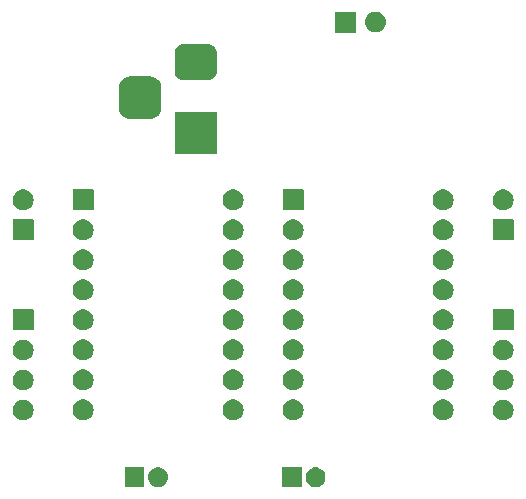
<source format=gts>
%TF.GenerationSoftware,KiCad,Pcbnew,8.0.0-8.0.0-1~ubuntu22.04.1*%
%TF.CreationDate,2024-03-03T18:13:48+01:00*%
%TF.ProjectId,photohead-elec,70686f74-6f68-4656-9164-2d656c65632e,v01*%
%TF.SameCoordinates,Original*%
%TF.FileFunction,Soldermask,Top*%
%TF.FilePolarity,Negative*%
%FSLAX46Y46*%
G04 Gerber Fmt 4.6, Leading zero omitted, Abs format (unit mm)*
G04 Created by KiCad (PCBNEW 8.0.0-8.0.0-1~ubuntu22.04.1) date 2024-03-03 18:13:48*
%MOMM*%
%LPD*%
G01*
G04 APERTURE LIST*
G04 APERTURE END LIST*
G36*
X171326542Y-85557893D02*
G01*
X171338870Y-85566130D01*
X171347107Y-85578458D01*
X171350000Y-85593000D01*
X171350000Y-87193000D01*
X171347107Y-87207542D01*
X171338870Y-87219870D01*
X171326542Y-87228107D01*
X171312000Y-87231000D01*
X169712000Y-87231000D01*
X169697458Y-87228107D01*
X169685130Y-87219870D01*
X169676893Y-87207542D01*
X169674000Y-87193000D01*
X169674000Y-85593000D01*
X169676893Y-85578458D01*
X169685130Y-85566130D01*
X169697458Y-85557893D01*
X169712000Y-85555000D01*
X171312000Y-85555000D01*
X171326542Y-85557893D01*
G37*
G36*
X184661542Y-85557893D02*
G01*
X184673870Y-85566130D01*
X184682107Y-85578458D01*
X184685000Y-85593000D01*
X184685000Y-87193000D01*
X184682107Y-87207542D01*
X184673870Y-87219870D01*
X184661542Y-87228107D01*
X184647000Y-87231000D01*
X183047000Y-87231000D01*
X183032458Y-87228107D01*
X183020130Y-87219870D01*
X183011893Y-87207542D01*
X183009000Y-87193000D01*
X183009000Y-85593000D01*
X183011893Y-85578458D01*
X183020130Y-85566130D01*
X183032458Y-85557893D01*
X183047000Y-85555000D01*
X184647000Y-85555000D01*
X184661542Y-85557893D01*
G37*
G36*
X172770956Y-85596015D02*
G01*
X172931000Y-85667271D01*
X173072731Y-85770245D01*
X173189956Y-85900436D01*
X173277551Y-86052155D01*
X173331688Y-86218770D01*
X173350000Y-86393000D01*
X173331688Y-86567230D01*
X173277551Y-86733845D01*
X173189956Y-86885564D01*
X173072731Y-87015755D01*
X172931000Y-87118729D01*
X172770956Y-87189985D01*
X172599595Y-87226409D01*
X172424405Y-87226409D01*
X172253044Y-87189985D01*
X172093000Y-87118729D01*
X171951269Y-87015755D01*
X171834044Y-86885564D01*
X171746449Y-86733845D01*
X171692312Y-86567230D01*
X171674000Y-86393000D01*
X171692312Y-86218770D01*
X171746449Y-86052155D01*
X171834044Y-85900436D01*
X171951269Y-85770245D01*
X172093000Y-85667271D01*
X172253044Y-85596015D01*
X172424405Y-85559591D01*
X172599595Y-85559591D01*
X172770956Y-85596015D01*
G37*
G36*
X186105956Y-85596015D02*
G01*
X186266000Y-85667271D01*
X186407731Y-85770245D01*
X186524956Y-85900436D01*
X186612551Y-86052155D01*
X186666688Y-86218770D01*
X186685000Y-86393000D01*
X186666688Y-86567230D01*
X186612551Y-86733845D01*
X186524956Y-86885564D01*
X186407731Y-87015755D01*
X186266000Y-87118729D01*
X186105956Y-87189985D01*
X185934595Y-87226409D01*
X185759405Y-87226409D01*
X185588044Y-87189985D01*
X185428000Y-87118729D01*
X185286269Y-87015755D01*
X185169044Y-86885564D01*
X185081449Y-86733845D01*
X185027312Y-86567230D01*
X185009000Y-86393000D01*
X185027312Y-86218770D01*
X185081449Y-86052155D01*
X185169044Y-85900436D01*
X185286269Y-85770245D01*
X185428000Y-85667271D01*
X185588044Y-85596015D01*
X185759405Y-85559591D01*
X185934595Y-85559591D01*
X186105956Y-85596015D01*
G37*
G36*
X161356407Y-79853462D02*
G01*
X161526000Y-79928969D01*
X161676188Y-80038087D01*
X161800407Y-80176047D01*
X161893228Y-80336818D01*
X161950595Y-80513374D01*
X161970000Y-80698000D01*
X161950595Y-80882626D01*
X161893228Y-81059182D01*
X161800407Y-81219953D01*
X161676188Y-81357913D01*
X161526000Y-81467031D01*
X161356407Y-81542538D01*
X161174821Y-81581135D01*
X160989179Y-81581135D01*
X160807593Y-81542538D01*
X160638000Y-81467031D01*
X160487812Y-81357913D01*
X160363593Y-81219953D01*
X160270772Y-81059182D01*
X160213405Y-80882626D01*
X160194000Y-80698000D01*
X160213405Y-80513374D01*
X160270772Y-80336818D01*
X160363593Y-80176047D01*
X160487812Y-80038087D01*
X160638000Y-79928969D01*
X160807593Y-79853462D01*
X160989179Y-79814865D01*
X161174821Y-79814865D01*
X161356407Y-79853462D01*
G37*
G36*
X201996407Y-79853462D02*
G01*
X202166000Y-79928969D01*
X202316188Y-80038087D01*
X202440407Y-80176047D01*
X202533228Y-80336818D01*
X202590595Y-80513374D01*
X202610000Y-80698000D01*
X202590595Y-80882626D01*
X202533228Y-81059182D01*
X202440407Y-81219953D01*
X202316188Y-81357913D01*
X202166000Y-81467031D01*
X201996407Y-81542538D01*
X201814821Y-81581135D01*
X201629179Y-81581135D01*
X201447593Y-81542538D01*
X201278000Y-81467031D01*
X201127812Y-81357913D01*
X201003593Y-81219953D01*
X200910772Y-81059182D01*
X200853405Y-80882626D01*
X200834000Y-80698000D01*
X200853405Y-80513374D01*
X200910772Y-80336818D01*
X201003593Y-80176047D01*
X201127812Y-80038087D01*
X201278000Y-79928969D01*
X201447593Y-79853462D01*
X201629179Y-79814865D01*
X201814821Y-79814865D01*
X201996407Y-79853462D01*
G37*
G36*
X166436407Y-79833462D02*
G01*
X166606000Y-79908969D01*
X166756188Y-80018087D01*
X166880407Y-80156047D01*
X166973228Y-80316818D01*
X167030595Y-80493374D01*
X167050000Y-80678000D01*
X167030595Y-80862626D01*
X166973228Y-81039182D01*
X166880407Y-81199953D01*
X166756188Y-81337913D01*
X166606000Y-81447031D01*
X166436407Y-81522538D01*
X166254821Y-81561135D01*
X166069179Y-81561135D01*
X165887593Y-81522538D01*
X165718000Y-81447031D01*
X165567812Y-81337913D01*
X165443593Y-81199953D01*
X165350772Y-81039182D01*
X165293405Y-80862626D01*
X165274000Y-80678000D01*
X165293405Y-80493374D01*
X165350772Y-80316818D01*
X165443593Y-80156047D01*
X165567812Y-80018087D01*
X165718000Y-79908969D01*
X165887593Y-79833462D01*
X166069179Y-79794865D01*
X166254821Y-79794865D01*
X166436407Y-79833462D01*
G37*
G36*
X179136407Y-79833462D02*
G01*
X179306000Y-79908969D01*
X179456188Y-80018087D01*
X179580407Y-80156047D01*
X179673228Y-80316818D01*
X179730595Y-80493374D01*
X179750000Y-80678000D01*
X179730595Y-80862626D01*
X179673228Y-81039182D01*
X179580407Y-81199953D01*
X179456188Y-81337913D01*
X179306000Y-81447031D01*
X179136407Y-81522538D01*
X178954821Y-81561135D01*
X178769179Y-81561135D01*
X178587593Y-81522538D01*
X178418000Y-81447031D01*
X178267812Y-81337913D01*
X178143593Y-81199953D01*
X178050772Y-81039182D01*
X177993405Y-80862626D01*
X177974000Y-80678000D01*
X177993405Y-80493374D01*
X178050772Y-80316818D01*
X178143593Y-80156047D01*
X178267812Y-80018087D01*
X178418000Y-79908969D01*
X178587593Y-79833462D01*
X178769179Y-79794865D01*
X178954821Y-79794865D01*
X179136407Y-79833462D01*
G37*
G36*
X184216407Y-79833462D02*
G01*
X184386000Y-79908969D01*
X184536188Y-80018087D01*
X184660407Y-80156047D01*
X184753228Y-80316818D01*
X184810595Y-80493374D01*
X184830000Y-80678000D01*
X184810595Y-80862626D01*
X184753228Y-81039182D01*
X184660407Y-81199953D01*
X184536188Y-81337913D01*
X184386000Y-81447031D01*
X184216407Y-81522538D01*
X184034821Y-81561135D01*
X183849179Y-81561135D01*
X183667593Y-81522538D01*
X183498000Y-81447031D01*
X183347812Y-81337913D01*
X183223593Y-81199953D01*
X183130772Y-81039182D01*
X183073405Y-80862626D01*
X183054000Y-80678000D01*
X183073405Y-80493374D01*
X183130772Y-80316818D01*
X183223593Y-80156047D01*
X183347812Y-80018087D01*
X183498000Y-79908969D01*
X183667593Y-79833462D01*
X183849179Y-79794865D01*
X184034821Y-79794865D01*
X184216407Y-79833462D01*
G37*
G36*
X196916407Y-79833462D02*
G01*
X197086000Y-79908969D01*
X197236188Y-80018087D01*
X197360407Y-80156047D01*
X197453228Y-80316818D01*
X197510595Y-80493374D01*
X197530000Y-80678000D01*
X197510595Y-80862626D01*
X197453228Y-81039182D01*
X197360407Y-81199953D01*
X197236188Y-81337913D01*
X197086000Y-81447031D01*
X196916407Y-81522538D01*
X196734821Y-81561135D01*
X196549179Y-81561135D01*
X196367593Y-81522538D01*
X196198000Y-81447031D01*
X196047812Y-81337913D01*
X195923593Y-81199953D01*
X195830772Y-81039182D01*
X195773405Y-80862626D01*
X195754000Y-80678000D01*
X195773405Y-80493374D01*
X195830772Y-80316818D01*
X195923593Y-80156047D01*
X196047812Y-80018087D01*
X196198000Y-79908969D01*
X196367593Y-79833462D01*
X196549179Y-79794865D01*
X196734821Y-79794865D01*
X196916407Y-79833462D01*
G37*
G36*
X161356407Y-77313462D02*
G01*
X161526000Y-77388969D01*
X161676188Y-77498087D01*
X161800407Y-77636047D01*
X161893228Y-77796818D01*
X161950595Y-77973374D01*
X161970000Y-78158000D01*
X161950595Y-78342626D01*
X161893228Y-78519182D01*
X161800407Y-78679953D01*
X161676188Y-78817913D01*
X161526000Y-78927031D01*
X161356407Y-79002538D01*
X161174821Y-79041135D01*
X160989179Y-79041135D01*
X160807593Y-79002538D01*
X160638000Y-78927031D01*
X160487812Y-78817913D01*
X160363593Y-78679953D01*
X160270772Y-78519182D01*
X160213405Y-78342626D01*
X160194000Y-78158000D01*
X160213405Y-77973374D01*
X160270772Y-77796818D01*
X160363593Y-77636047D01*
X160487812Y-77498087D01*
X160638000Y-77388969D01*
X160807593Y-77313462D01*
X160989179Y-77274865D01*
X161174821Y-77274865D01*
X161356407Y-77313462D01*
G37*
G36*
X201996407Y-77313462D02*
G01*
X202166000Y-77388969D01*
X202316188Y-77498087D01*
X202440407Y-77636047D01*
X202533228Y-77796818D01*
X202590595Y-77973374D01*
X202610000Y-78158000D01*
X202590595Y-78342626D01*
X202533228Y-78519182D01*
X202440407Y-78679953D01*
X202316188Y-78817913D01*
X202166000Y-78927031D01*
X201996407Y-79002538D01*
X201814821Y-79041135D01*
X201629179Y-79041135D01*
X201447593Y-79002538D01*
X201278000Y-78927031D01*
X201127812Y-78817913D01*
X201003593Y-78679953D01*
X200910772Y-78519182D01*
X200853405Y-78342626D01*
X200834000Y-78158000D01*
X200853405Y-77973374D01*
X200910772Y-77796818D01*
X201003593Y-77636047D01*
X201127812Y-77498087D01*
X201278000Y-77388969D01*
X201447593Y-77313462D01*
X201629179Y-77274865D01*
X201814821Y-77274865D01*
X201996407Y-77313462D01*
G37*
G36*
X166436407Y-77293462D02*
G01*
X166606000Y-77368969D01*
X166756188Y-77478087D01*
X166880407Y-77616047D01*
X166973228Y-77776818D01*
X167030595Y-77953374D01*
X167050000Y-78138000D01*
X167030595Y-78322626D01*
X166973228Y-78499182D01*
X166880407Y-78659953D01*
X166756188Y-78797913D01*
X166606000Y-78907031D01*
X166436407Y-78982538D01*
X166254821Y-79021135D01*
X166069179Y-79021135D01*
X165887593Y-78982538D01*
X165718000Y-78907031D01*
X165567812Y-78797913D01*
X165443593Y-78659953D01*
X165350772Y-78499182D01*
X165293405Y-78322626D01*
X165274000Y-78138000D01*
X165293405Y-77953374D01*
X165350772Y-77776818D01*
X165443593Y-77616047D01*
X165567812Y-77478087D01*
X165718000Y-77368969D01*
X165887593Y-77293462D01*
X166069179Y-77254865D01*
X166254821Y-77254865D01*
X166436407Y-77293462D01*
G37*
G36*
X179136407Y-77293462D02*
G01*
X179306000Y-77368969D01*
X179456188Y-77478087D01*
X179580407Y-77616047D01*
X179673228Y-77776818D01*
X179730595Y-77953374D01*
X179750000Y-78138000D01*
X179730595Y-78322626D01*
X179673228Y-78499182D01*
X179580407Y-78659953D01*
X179456188Y-78797913D01*
X179306000Y-78907031D01*
X179136407Y-78982538D01*
X178954821Y-79021135D01*
X178769179Y-79021135D01*
X178587593Y-78982538D01*
X178418000Y-78907031D01*
X178267812Y-78797913D01*
X178143593Y-78659953D01*
X178050772Y-78499182D01*
X177993405Y-78322626D01*
X177974000Y-78138000D01*
X177993405Y-77953374D01*
X178050772Y-77776818D01*
X178143593Y-77616047D01*
X178267812Y-77478087D01*
X178418000Y-77368969D01*
X178587593Y-77293462D01*
X178769179Y-77254865D01*
X178954821Y-77254865D01*
X179136407Y-77293462D01*
G37*
G36*
X184216407Y-77293462D02*
G01*
X184386000Y-77368969D01*
X184536188Y-77478087D01*
X184660407Y-77616047D01*
X184753228Y-77776818D01*
X184810595Y-77953374D01*
X184830000Y-78138000D01*
X184810595Y-78322626D01*
X184753228Y-78499182D01*
X184660407Y-78659953D01*
X184536188Y-78797913D01*
X184386000Y-78907031D01*
X184216407Y-78982538D01*
X184034821Y-79021135D01*
X183849179Y-79021135D01*
X183667593Y-78982538D01*
X183498000Y-78907031D01*
X183347812Y-78797913D01*
X183223593Y-78659953D01*
X183130772Y-78499182D01*
X183073405Y-78322626D01*
X183054000Y-78138000D01*
X183073405Y-77953374D01*
X183130772Y-77776818D01*
X183223593Y-77616047D01*
X183347812Y-77478087D01*
X183498000Y-77368969D01*
X183667593Y-77293462D01*
X183849179Y-77254865D01*
X184034821Y-77254865D01*
X184216407Y-77293462D01*
G37*
G36*
X196916407Y-77293462D02*
G01*
X197086000Y-77368969D01*
X197236188Y-77478087D01*
X197360407Y-77616047D01*
X197453228Y-77776818D01*
X197510595Y-77953374D01*
X197530000Y-78138000D01*
X197510595Y-78322626D01*
X197453228Y-78499182D01*
X197360407Y-78659953D01*
X197236188Y-78797913D01*
X197086000Y-78907031D01*
X196916407Y-78982538D01*
X196734821Y-79021135D01*
X196549179Y-79021135D01*
X196367593Y-78982538D01*
X196198000Y-78907031D01*
X196047812Y-78797913D01*
X195923593Y-78659953D01*
X195830772Y-78499182D01*
X195773405Y-78322626D01*
X195754000Y-78138000D01*
X195773405Y-77953374D01*
X195830772Y-77776818D01*
X195923593Y-77616047D01*
X196047812Y-77478087D01*
X196198000Y-77368969D01*
X196367593Y-77293462D01*
X196549179Y-77254865D01*
X196734821Y-77254865D01*
X196916407Y-77293462D01*
G37*
G36*
X161356407Y-74773462D02*
G01*
X161526000Y-74848969D01*
X161676188Y-74958087D01*
X161800407Y-75096047D01*
X161893228Y-75256818D01*
X161950595Y-75433374D01*
X161970000Y-75618000D01*
X161950595Y-75802626D01*
X161893228Y-75979182D01*
X161800407Y-76139953D01*
X161676188Y-76277913D01*
X161526000Y-76387031D01*
X161356407Y-76462538D01*
X161174821Y-76501135D01*
X160989179Y-76501135D01*
X160807593Y-76462538D01*
X160638000Y-76387031D01*
X160487812Y-76277913D01*
X160363593Y-76139953D01*
X160270772Y-75979182D01*
X160213405Y-75802626D01*
X160194000Y-75618000D01*
X160213405Y-75433374D01*
X160270772Y-75256818D01*
X160363593Y-75096047D01*
X160487812Y-74958087D01*
X160638000Y-74848969D01*
X160807593Y-74773462D01*
X160989179Y-74734865D01*
X161174821Y-74734865D01*
X161356407Y-74773462D01*
G37*
G36*
X201996407Y-74773462D02*
G01*
X202166000Y-74848969D01*
X202316188Y-74958087D01*
X202440407Y-75096047D01*
X202533228Y-75256818D01*
X202590595Y-75433374D01*
X202610000Y-75618000D01*
X202590595Y-75802626D01*
X202533228Y-75979182D01*
X202440407Y-76139953D01*
X202316188Y-76277913D01*
X202166000Y-76387031D01*
X201996407Y-76462538D01*
X201814821Y-76501135D01*
X201629179Y-76501135D01*
X201447593Y-76462538D01*
X201278000Y-76387031D01*
X201127812Y-76277913D01*
X201003593Y-76139953D01*
X200910772Y-75979182D01*
X200853405Y-75802626D01*
X200834000Y-75618000D01*
X200853405Y-75433374D01*
X200910772Y-75256818D01*
X201003593Y-75096047D01*
X201127812Y-74958087D01*
X201278000Y-74848969D01*
X201447593Y-74773462D01*
X201629179Y-74734865D01*
X201814821Y-74734865D01*
X201996407Y-74773462D01*
G37*
G36*
X166436407Y-74753462D02*
G01*
X166606000Y-74828969D01*
X166756188Y-74938087D01*
X166880407Y-75076047D01*
X166973228Y-75236818D01*
X167030595Y-75413374D01*
X167050000Y-75598000D01*
X167030595Y-75782626D01*
X166973228Y-75959182D01*
X166880407Y-76119953D01*
X166756188Y-76257913D01*
X166606000Y-76367031D01*
X166436407Y-76442538D01*
X166254821Y-76481135D01*
X166069179Y-76481135D01*
X165887593Y-76442538D01*
X165718000Y-76367031D01*
X165567812Y-76257913D01*
X165443593Y-76119953D01*
X165350772Y-75959182D01*
X165293405Y-75782626D01*
X165274000Y-75598000D01*
X165293405Y-75413374D01*
X165350772Y-75236818D01*
X165443593Y-75076047D01*
X165567812Y-74938087D01*
X165718000Y-74828969D01*
X165887593Y-74753462D01*
X166069179Y-74714865D01*
X166254821Y-74714865D01*
X166436407Y-74753462D01*
G37*
G36*
X179136407Y-74753462D02*
G01*
X179306000Y-74828969D01*
X179456188Y-74938087D01*
X179580407Y-75076047D01*
X179673228Y-75236818D01*
X179730595Y-75413374D01*
X179750000Y-75598000D01*
X179730595Y-75782626D01*
X179673228Y-75959182D01*
X179580407Y-76119953D01*
X179456188Y-76257913D01*
X179306000Y-76367031D01*
X179136407Y-76442538D01*
X178954821Y-76481135D01*
X178769179Y-76481135D01*
X178587593Y-76442538D01*
X178418000Y-76367031D01*
X178267812Y-76257913D01*
X178143593Y-76119953D01*
X178050772Y-75959182D01*
X177993405Y-75782626D01*
X177974000Y-75598000D01*
X177993405Y-75413374D01*
X178050772Y-75236818D01*
X178143593Y-75076047D01*
X178267812Y-74938087D01*
X178418000Y-74828969D01*
X178587593Y-74753462D01*
X178769179Y-74714865D01*
X178954821Y-74714865D01*
X179136407Y-74753462D01*
G37*
G36*
X184216407Y-74753462D02*
G01*
X184386000Y-74828969D01*
X184536188Y-74938087D01*
X184660407Y-75076047D01*
X184753228Y-75236818D01*
X184810595Y-75413374D01*
X184830000Y-75598000D01*
X184810595Y-75782626D01*
X184753228Y-75959182D01*
X184660407Y-76119953D01*
X184536188Y-76257913D01*
X184386000Y-76367031D01*
X184216407Y-76442538D01*
X184034821Y-76481135D01*
X183849179Y-76481135D01*
X183667593Y-76442538D01*
X183498000Y-76367031D01*
X183347812Y-76257913D01*
X183223593Y-76119953D01*
X183130772Y-75959182D01*
X183073405Y-75782626D01*
X183054000Y-75598000D01*
X183073405Y-75413374D01*
X183130772Y-75236818D01*
X183223593Y-75076047D01*
X183347812Y-74938087D01*
X183498000Y-74828969D01*
X183667593Y-74753462D01*
X183849179Y-74714865D01*
X184034821Y-74714865D01*
X184216407Y-74753462D01*
G37*
G36*
X196916407Y-74753462D02*
G01*
X197086000Y-74828969D01*
X197236188Y-74938087D01*
X197360407Y-75076047D01*
X197453228Y-75236818D01*
X197510595Y-75413374D01*
X197530000Y-75598000D01*
X197510595Y-75782626D01*
X197453228Y-75959182D01*
X197360407Y-76119953D01*
X197236188Y-76257913D01*
X197086000Y-76367031D01*
X196916407Y-76442538D01*
X196734821Y-76481135D01*
X196549179Y-76481135D01*
X196367593Y-76442538D01*
X196198000Y-76367031D01*
X196047812Y-76257913D01*
X195923593Y-76119953D01*
X195830772Y-75959182D01*
X195773405Y-75782626D01*
X195754000Y-75598000D01*
X195773405Y-75413374D01*
X195830772Y-75236818D01*
X195923593Y-75076047D01*
X196047812Y-74938087D01*
X196198000Y-74828969D01*
X196367593Y-74753462D01*
X196549179Y-74714865D01*
X196734821Y-74714865D01*
X196916407Y-74753462D01*
G37*
G36*
X161946542Y-72192893D02*
G01*
X161958870Y-72201130D01*
X161967107Y-72213458D01*
X161970000Y-72228000D01*
X161970000Y-73928000D01*
X161967107Y-73942542D01*
X161958870Y-73954870D01*
X161946542Y-73963107D01*
X161932000Y-73966000D01*
X160232000Y-73966000D01*
X160217458Y-73963107D01*
X160205130Y-73954870D01*
X160196893Y-73942542D01*
X160194000Y-73928000D01*
X160194000Y-72228000D01*
X160196893Y-72213458D01*
X160205130Y-72201130D01*
X160217458Y-72192893D01*
X160232000Y-72190000D01*
X161932000Y-72190000D01*
X161946542Y-72192893D01*
G37*
G36*
X202586542Y-72192893D02*
G01*
X202598870Y-72201130D01*
X202607107Y-72213458D01*
X202610000Y-72228000D01*
X202610000Y-73928000D01*
X202607107Y-73942542D01*
X202598870Y-73954870D01*
X202586542Y-73963107D01*
X202572000Y-73966000D01*
X200872000Y-73966000D01*
X200857458Y-73963107D01*
X200845130Y-73954870D01*
X200836893Y-73942542D01*
X200834000Y-73928000D01*
X200834000Y-72228000D01*
X200836893Y-72213458D01*
X200845130Y-72201130D01*
X200857458Y-72192893D01*
X200872000Y-72190000D01*
X202572000Y-72190000D01*
X202586542Y-72192893D01*
G37*
G36*
X166436407Y-72213462D02*
G01*
X166606000Y-72288969D01*
X166756188Y-72398087D01*
X166880407Y-72536047D01*
X166973228Y-72696818D01*
X167030595Y-72873374D01*
X167050000Y-73058000D01*
X167030595Y-73242626D01*
X166973228Y-73419182D01*
X166880407Y-73579953D01*
X166756188Y-73717913D01*
X166606000Y-73827031D01*
X166436407Y-73902538D01*
X166254821Y-73941135D01*
X166069179Y-73941135D01*
X165887593Y-73902538D01*
X165718000Y-73827031D01*
X165567812Y-73717913D01*
X165443593Y-73579953D01*
X165350772Y-73419182D01*
X165293405Y-73242626D01*
X165274000Y-73058000D01*
X165293405Y-72873374D01*
X165350772Y-72696818D01*
X165443593Y-72536047D01*
X165567812Y-72398087D01*
X165718000Y-72288969D01*
X165887593Y-72213462D01*
X166069179Y-72174865D01*
X166254821Y-72174865D01*
X166436407Y-72213462D01*
G37*
G36*
X179136407Y-72213462D02*
G01*
X179306000Y-72288969D01*
X179456188Y-72398087D01*
X179580407Y-72536047D01*
X179673228Y-72696818D01*
X179730595Y-72873374D01*
X179750000Y-73058000D01*
X179730595Y-73242626D01*
X179673228Y-73419182D01*
X179580407Y-73579953D01*
X179456188Y-73717913D01*
X179306000Y-73827031D01*
X179136407Y-73902538D01*
X178954821Y-73941135D01*
X178769179Y-73941135D01*
X178587593Y-73902538D01*
X178418000Y-73827031D01*
X178267812Y-73717913D01*
X178143593Y-73579953D01*
X178050772Y-73419182D01*
X177993405Y-73242626D01*
X177974000Y-73058000D01*
X177993405Y-72873374D01*
X178050772Y-72696818D01*
X178143593Y-72536047D01*
X178267812Y-72398087D01*
X178418000Y-72288969D01*
X178587593Y-72213462D01*
X178769179Y-72174865D01*
X178954821Y-72174865D01*
X179136407Y-72213462D01*
G37*
G36*
X184216407Y-72213462D02*
G01*
X184386000Y-72288969D01*
X184536188Y-72398087D01*
X184660407Y-72536047D01*
X184753228Y-72696818D01*
X184810595Y-72873374D01*
X184830000Y-73058000D01*
X184810595Y-73242626D01*
X184753228Y-73419182D01*
X184660407Y-73579953D01*
X184536188Y-73717913D01*
X184386000Y-73827031D01*
X184216407Y-73902538D01*
X184034821Y-73941135D01*
X183849179Y-73941135D01*
X183667593Y-73902538D01*
X183498000Y-73827031D01*
X183347812Y-73717913D01*
X183223593Y-73579953D01*
X183130772Y-73419182D01*
X183073405Y-73242626D01*
X183054000Y-73058000D01*
X183073405Y-72873374D01*
X183130772Y-72696818D01*
X183223593Y-72536047D01*
X183347812Y-72398087D01*
X183498000Y-72288969D01*
X183667593Y-72213462D01*
X183849179Y-72174865D01*
X184034821Y-72174865D01*
X184216407Y-72213462D01*
G37*
G36*
X196916407Y-72213462D02*
G01*
X197086000Y-72288969D01*
X197236188Y-72398087D01*
X197360407Y-72536047D01*
X197453228Y-72696818D01*
X197510595Y-72873374D01*
X197530000Y-73058000D01*
X197510595Y-73242626D01*
X197453228Y-73419182D01*
X197360407Y-73579953D01*
X197236188Y-73717913D01*
X197086000Y-73827031D01*
X196916407Y-73902538D01*
X196734821Y-73941135D01*
X196549179Y-73941135D01*
X196367593Y-73902538D01*
X196198000Y-73827031D01*
X196047812Y-73717913D01*
X195923593Y-73579953D01*
X195830772Y-73419182D01*
X195773405Y-73242626D01*
X195754000Y-73058000D01*
X195773405Y-72873374D01*
X195830772Y-72696818D01*
X195923593Y-72536047D01*
X196047812Y-72398087D01*
X196198000Y-72288969D01*
X196367593Y-72213462D01*
X196549179Y-72174865D01*
X196734821Y-72174865D01*
X196916407Y-72213462D01*
G37*
G36*
X166436407Y-69673462D02*
G01*
X166606000Y-69748969D01*
X166756188Y-69858087D01*
X166880407Y-69996047D01*
X166973228Y-70156818D01*
X167030595Y-70333374D01*
X167050000Y-70518000D01*
X167030595Y-70702626D01*
X166973228Y-70879182D01*
X166880407Y-71039953D01*
X166756188Y-71177913D01*
X166606000Y-71287031D01*
X166436407Y-71362538D01*
X166254821Y-71401135D01*
X166069179Y-71401135D01*
X165887593Y-71362538D01*
X165718000Y-71287031D01*
X165567812Y-71177913D01*
X165443593Y-71039953D01*
X165350772Y-70879182D01*
X165293405Y-70702626D01*
X165274000Y-70518000D01*
X165293405Y-70333374D01*
X165350772Y-70156818D01*
X165443593Y-69996047D01*
X165567812Y-69858087D01*
X165718000Y-69748969D01*
X165887593Y-69673462D01*
X166069179Y-69634865D01*
X166254821Y-69634865D01*
X166436407Y-69673462D01*
G37*
G36*
X179136407Y-69673462D02*
G01*
X179306000Y-69748969D01*
X179456188Y-69858087D01*
X179580407Y-69996047D01*
X179673228Y-70156818D01*
X179730595Y-70333374D01*
X179750000Y-70518000D01*
X179730595Y-70702626D01*
X179673228Y-70879182D01*
X179580407Y-71039953D01*
X179456188Y-71177913D01*
X179306000Y-71287031D01*
X179136407Y-71362538D01*
X178954821Y-71401135D01*
X178769179Y-71401135D01*
X178587593Y-71362538D01*
X178418000Y-71287031D01*
X178267812Y-71177913D01*
X178143593Y-71039953D01*
X178050772Y-70879182D01*
X177993405Y-70702626D01*
X177974000Y-70518000D01*
X177993405Y-70333374D01*
X178050772Y-70156818D01*
X178143593Y-69996047D01*
X178267812Y-69858087D01*
X178418000Y-69748969D01*
X178587593Y-69673462D01*
X178769179Y-69634865D01*
X178954821Y-69634865D01*
X179136407Y-69673462D01*
G37*
G36*
X184216407Y-69673462D02*
G01*
X184386000Y-69748969D01*
X184536188Y-69858087D01*
X184660407Y-69996047D01*
X184753228Y-70156818D01*
X184810595Y-70333374D01*
X184830000Y-70518000D01*
X184810595Y-70702626D01*
X184753228Y-70879182D01*
X184660407Y-71039953D01*
X184536188Y-71177913D01*
X184386000Y-71287031D01*
X184216407Y-71362538D01*
X184034821Y-71401135D01*
X183849179Y-71401135D01*
X183667593Y-71362538D01*
X183498000Y-71287031D01*
X183347812Y-71177913D01*
X183223593Y-71039953D01*
X183130772Y-70879182D01*
X183073405Y-70702626D01*
X183054000Y-70518000D01*
X183073405Y-70333374D01*
X183130772Y-70156818D01*
X183223593Y-69996047D01*
X183347812Y-69858087D01*
X183498000Y-69748969D01*
X183667593Y-69673462D01*
X183849179Y-69634865D01*
X184034821Y-69634865D01*
X184216407Y-69673462D01*
G37*
G36*
X196916407Y-69673462D02*
G01*
X197086000Y-69748969D01*
X197236188Y-69858087D01*
X197360407Y-69996047D01*
X197453228Y-70156818D01*
X197510595Y-70333374D01*
X197530000Y-70518000D01*
X197510595Y-70702626D01*
X197453228Y-70879182D01*
X197360407Y-71039953D01*
X197236188Y-71177913D01*
X197086000Y-71287031D01*
X196916407Y-71362538D01*
X196734821Y-71401135D01*
X196549179Y-71401135D01*
X196367593Y-71362538D01*
X196198000Y-71287031D01*
X196047812Y-71177913D01*
X195923593Y-71039953D01*
X195830772Y-70879182D01*
X195773405Y-70702626D01*
X195754000Y-70518000D01*
X195773405Y-70333374D01*
X195830772Y-70156818D01*
X195923593Y-69996047D01*
X196047812Y-69858087D01*
X196198000Y-69748969D01*
X196367593Y-69673462D01*
X196549179Y-69634865D01*
X196734821Y-69634865D01*
X196916407Y-69673462D01*
G37*
G36*
X166436407Y-67133462D02*
G01*
X166606000Y-67208969D01*
X166756188Y-67318087D01*
X166880407Y-67456047D01*
X166973228Y-67616818D01*
X167030595Y-67793374D01*
X167050000Y-67978000D01*
X167030595Y-68162626D01*
X166973228Y-68339182D01*
X166880407Y-68499953D01*
X166756188Y-68637913D01*
X166606000Y-68747031D01*
X166436407Y-68822538D01*
X166254821Y-68861135D01*
X166069179Y-68861135D01*
X165887593Y-68822538D01*
X165718000Y-68747031D01*
X165567812Y-68637913D01*
X165443593Y-68499953D01*
X165350772Y-68339182D01*
X165293405Y-68162626D01*
X165274000Y-67978000D01*
X165293405Y-67793374D01*
X165350772Y-67616818D01*
X165443593Y-67456047D01*
X165567812Y-67318087D01*
X165718000Y-67208969D01*
X165887593Y-67133462D01*
X166069179Y-67094865D01*
X166254821Y-67094865D01*
X166436407Y-67133462D01*
G37*
G36*
X179136407Y-67133462D02*
G01*
X179306000Y-67208969D01*
X179456188Y-67318087D01*
X179580407Y-67456047D01*
X179673228Y-67616818D01*
X179730595Y-67793374D01*
X179750000Y-67978000D01*
X179730595Y-68162626D01*
X179673228Y-68339182D01*
X179580407Y-68499953D01*
X179456188Y-68637913D01*
X179306000Y-68747031D01*
X179136407Y-68822538D01*
X178954821Y-68861135D01*
X178769179Y-68861135D01*
X178587593Y-68822538D01*
X178418000Y-68747031D01*
X178267812Y-68637913D01*
X178143593Y-68499953D01*
X178050772Y-68339182D01*
X177993405Y-68162626D01*
X177974000Y-67978000D01*
X177993405Y-67793374D01*
X178050772Y-67616818D01*
X178143593Y-67456047D01*
X178267812Y-67318087D01*
X178418000Y-67208969D01*
X178587593Y-67133462D01*
X178769179Y-67094865D01*
X178954821Y-67094865D01*
X179136407Y-67133462D01*
G37*
G36*
X184216407Y-67133462D02*
G01*
X184386000Y-67208969D01*
X184536188Y-67318087D01*
X184660407Y-67456047D01*
X184753228Y-67616818D01*
X184810595Y-67793374D01*
X184830000Y-67978000D01*
X184810595Y-68162626D01*
X184753228Y-68339182D01*
X184660407Y-68499953D01*
X184536188Y-68637913D01*
X184386000Y-68747031D01*
X184216407Y-68822538D01*
X184034821Y-68861135D01*
X183849179Y-68861135D01*
X183667593Y-68822538D01*
X183498000Y-68747031D01*
X183347812Y-68637913D01*
X183223593Y-68499953D01*
X183130772Y-68339182D01*
X183073405Y-68162626D01*
X183054000Y-67978000D01*
X183073405Y-67793374D01*
X183130772Y-67616818D01*
X183223593Y-67456047D01*
X183347812Y-67318087D01*
X183498000Y-67208969D01*
X183667593Y-67133462D01*
X183849179Y-67094865D01*
X184034821Y-67094865D01*
X184216407Y-67133462D01*
G37*
G36*
X196916407Y-67133462D02*
G01*
X197086000Y-67208969D01*
X197236188Y-67318087D01*
X197360407Y-67456047D01*
X197453228Y-67616818D01*
X197510595Y-67793374D01*
X197530000Y-67978000D01*
X197510595Y-68162626D01*
X197453228Y-68339182D01*
X197360407Y-68499953D01*
X197236188Y-68637913D01*
X197086000Y-68747031D01*
X196916407Y-68822538D01*
X196734821Y-68861135D01*
X196549179Y-68861135D01*
X196367593Y-68822538D01*
X196198000Y-68747031D01*
X196047812Y-68637913D01*
X195923593Y-68499953D01*
X195830772Y-68339182D01*
X195773405Y-68162626D01*
X195754000Y-67978000D01*
X195773405Y-67793374D01*
X195830772Y-67616818D01*
X195923593Y-67456047D01*
X196047812Y-67318087D01*
X196198000Y-67208969D01*
X196367593Y-67133462D01*
X196549179Y-67094865D01*
X196734821Y-67094865D01*
X196916407Y-67133462D01*
G37*
G36*
X161946542Y-64562893D02*
G01*
X161958870Y-64571130D01*
X161967107Y-64583458D01*
X161970000Y-64598000D01*
X161970000Y-66298000D01*
X161967107Y-66312542D01*
X161958870Y-66324870D01*
X161946542Y-66333107D01*
X161932000Y-66336000D01*
X160232000Y-66336000D01*
X160217458Y-66333107D01*
X160205130Y-66324870D01*
X160196893Y-66312542D01*
X160194000Y-66298000D01*
X160194000Y-64598000D01*
X160196893Y-64583458D01*
X160205130Y-64571130D01*
X160217458Y-64562893D01*
X160232000Y-64560000D01*
X161932000Y-64560000D01*
X161946542Y-64562893D01*
G37*
G36*
X202586542Y-64562893D02*
G01*
X202598870Y-64571130D01*
X202607107Y-64583458D01*
X202610000Y-64598000D01*
X202610000Y-66298000D01*
X202607107Y-66312542D01*
X202598870Y-66324870D01*
X202586542Y-66333107D01*
X202572000Y-66336000D01*
X200872000Y-66336000D01*
X200857458Y-66333107D01*
X200845130Y-66324870D01*
X200836893Y-66312542D01*
X200834000Y-66298000D01*
X200834000Y-64598000D01*
X200836893Y-64583458D01*
X200845130Y-64571130D01*
X200857458Y-64562893D01*
X200872000Y-64560000D01*
X202572000Y-64560000D01*
X202586542Y-64562893D01*
G37*
G36*
X166436407Y-64593462D02*
G01*
X166606000Y-64668969D01*
X166756188Y-64778087D01*
X166880407Y-64916047D01*
X166973228Y-65076818D01*
X167030595Y-65253374D01*
X167050000Y-65438000D01*
X167030595Y-65622626D01*
X166973228Y-65799182D01*
X166880407Y-65959953D01*
X166756188Y-66097913D01*
X166606000Y-66207031D01*
X166436407Y-66282538D01*
X166254821Y-66321135D01*
X166069179Y-66321135D01*
X165887593Y-66282538D01*
X165718000Y-66207031D01*
X165567812Y-66097913D01*
X165443593Y-65959953D01*
X165350772Y-65799182D01*
X165293405Y-65622626D01*
X165274000Y-65438000D01*
X165293405Y-65253374D01*
X165350772Y-65076818D01*
X165443593Y-64916047D01*
X165567812Y-64778087D01*
X165718000Y-64668969D01*
X165887593Y-64593462D01*
X166069179Y-64554865D01*
X166254821Y-64554865D01*
X166436407Y-64593462D01*
G37*
G36*
X179136407Y-64593462D02*
G01*
X179306000Y-64668969D01*
X179456188Y-64778087D01*
X179580407Y-64916047D01*
X179673228Y-65076818D01*
X179730595Y-65253374D01*
X179750000Y-65438000D01*
X179730595Y-65622626D01*
X179673228Y-65799182D01*
X179580407Y-65959953D01*
X179456188Y-66097913D01*
X179306000Y-66207031D01*
X179136407Y-66282538D01*
X178954821Y-66321135D01*
X178769179Y-66321135D01*
X178587593Y-66282538D01*
X178418000Y-66207031D01*
X178267812Y-66097913D01*
X178143593Y-65959953D01*
X178050772Y-65799182D01*
X177993405Y-65622626D01*
X177974000Y-65438000D01*
X177993405Y-65253374D01*
X178050772Y-65076818D01*
X178143593Y-64916047D01*
X178267812Y-64778087D01*
X178418000Y-64668969D01*
X178587593Y-64593462D01*
X178769179Y-64554865D01*
X178954821Y-64554865D01*
X179136407Y-64593462D01*
G37*
G36*
X184216407Y-64593462D02*
G01*
X184386000Y-64668969D01*
X184536188Y-64778087D01*
X184660407Y-64916047D01*
X184753228Y-65076818D01*
X184810595Y-65253374D01*
X184830000Y-65438000D01*
X184810595Y-65622626D01*
X184753228Y-65799182D01*
X184660407Y-65959953D01*
X184536188Y-66097913D01*
X184386000Y-66207031D01*
X184216407Y-66282538D01*
X184034821Y-66321135D01*
X183849179Y-66321135D01*
X183667593Y-66282538D01*
X183498000Y-66207031D01*
X183347812Y-66097913D01*
X183223593Y-65959953D01*
X183130772Y-65799182D01*
X183073405Y-65622626D01*
X183054000Y-65438000D01*
X183073405Y-65253374D01*
X183130772Y-65076818D01*
X183223593Y-64916047D01*
X183347812Y-64778087D01*
X183498000Y-64668969D01*
X183667593Y-64593462D01*
X183849179Y-64554865D01*
X184034821Y-64554865D01*
X184216407Y-64593462D01*
G37*
G36*
X196916407Y-64593462D02*
G01*
X197086000Y-64668969D01*
X197236188Y-64778087D01*
X197360407Y-64916047D01*
X197453228Y-65076818D01*
X197510595Y-65253374D01*
X197530000Y-65438000D01*
X197510595Y-65622626D01*
X197453228Y-65799182D01*
X197360407Y-65959953D01*
X197236188Y-66097913D01*
X197086000Y-66207031D01*
X196916407Y-66282538D01*
X196734821Y-66321135D01*
X196549179Y-66321135D01*
X196367593Y-66282538D01*
X196198000Y-66207031D01*
X196047812Y-66097913D01*
X195923593Y-65959953D01*
X195830772Y-65799182D01*
X195773405Y-65622626D01*
X195754000Y-65438000D01*
X195773405Y-65253374D01*
X195830772Y-65076818D01*
X195923593Y-64916047D01*
X196047812Y-64778087D01*
X196198000Y-64668969D01*
X196367593Y-64593462D01*
X196549179Y-64554865D01*
X196734821Y-64554865D01*
X196916407Y-64593462D01*
G37*
G36*
X161356407Y-62063462D02*
G01*
X161526000Y-62138969D01*
X161676188Y-62248087D01*
X161800407Y-62386047D01*
X161893228Y-62546818D01*
X161950595Y-62723374D01*
X161970000Y-62908000D01*
X161950595Y-63092626D01*
X161893228Y-63269182D01*
X161800407Y-63429953D01*
X161676188Y-63567913D01*
X161526000Y-63677031D01*
X161356407Y-63752538D01*
X161174821Y-63791135D01*
X160989179Y-63791135D01*
X160807593Y-63752538D01*
X160638000Y-63677031D01*
X160487812Y-63567913D01*
X160363593Y-63429953D01*
X160270772Y-63269182D01*
X160213405Y-63092626D01*
X160194000Y-62908000D01*
X160213405Y-62723374D01*
X160270772Y-62546818D01*
X160363593Y-62386047D01*
X160487812Y-62248087D01*
X160638000Y-62138969D01*
X160807593Y-62063462D01*
X160989179Y-62024865D01*
X161174821Y-62024865D01*
X161356407Y-62063462D01*
G37*
G36*
X201996407Y-62063462D02*
G01*
X202166000Y-62138969D01*
X202316188Y-62248087D01*
X202440407Y-62386047D01*
X202533228Y-62546818D01*
X202590595Y-62723374D01*
X202610000Y-62908000D01*
X202590595Y-63092626D01*
X202533228Y-63269182D01*
X202440407Y-63429953D01*
X202316188Y-63567913D01*
X202166000Y-63677031D01*
X201996407Y-63752538D01*
X201814821Y-63791135D01*
X201629179Y-63791135D01*
X201447593Y-63752538D01*
X201278000Y-63677031D01*
X201127812Y-63567913D01*
X201003593Y-63429953D01*
X200910772Y-63269182D01*
X200853405Y-63092626D01*
X200834000Y-62908000D01*
X200853405Y-62723374D01*
X200910772Y-62546818D01*
X201003593Y-62386047D01*
X201127812Y-62248087D01*
X201278000Y-62138969D01*
X201447593Y-62063462D01*
X201629179Y-62024865D01*
X201814821Y-62024865D01*
X201996407Y-62063462D01*
G37*
G36*
X167026542Y-62012893D02*
G01*
X167038870Y-62021130D01*
X167047107Y-62033458D01*
X167050000Y-62048000D01*
X167050000Y-63748000D01*
X167047107Y-63762542D01*
X167038870Y-63774870D01*
X167026542Y-63783107D01*
X167012000Y-63786000D01*
X165312000Y-63786000D01*
X165297458Y-63783107D01*
X165285130Y-63774870D01*
X165276893Y-63762542D01*
X165274000Y-63748000D01*
X165274000Y-62048000D01*
X165276893Y-62033458D01*
X165285130Y-62021130D01*
X165297458Y-62012893D01*
X165312000Y-62010000D01*
X167012000Y-62010000D01*
X167026542Y-62012893D01*
G37*
G36*
X184806542Y-62012893D02*
G01*
X184818870Y-62021130D01*
X184827107Y-62033458D01*
X184830000Y-62048000D01*
X184830000Y-63748000D01*
X184827107Y-63762542D01*
X184818870Y-63774870D01*
X184806542Y-63783107D01*
X184792000Y-63786000D01*
X183092000Y-63786000D01*
X183077458Y-63783107D01*
X183065130Y-63774870D01*
X183056893Y-63762542D01*
X183054000Y-63748000D01*
X183054000Y-62048000D01*
X183056893Y-62033458D01*
X183065130Y-62021130D01*
X183077458Y-62012893D01*
X183092000Y-62010000D01*
X184792000Y-62010000D01*
X184806542Y-62012893D01*
G37*
G36*
X179136407Y-62053462D02*
G01*
X179306000Y-62128969D01*
X179456188Y-62238087D01*
X179580407Y-62376047D01*
X179673228Y-62536818D01*
X179730595Y-62713374D01*
X179750000Y-62898000D01*
X179730595Y-63082626D01*
X179673228Y-63259182D01*
X179580407Y-63419953D01*
X179456188Y-63557913D01*
X179306000Y-63667031D01*
X179136407Y-63742538D01*
X178954821Y-63781135D01*
X178769179Y-63781135D01*
X178587593Y-63742538D01*
X178418000Y-63667031D01*
X178267812Y-63557913D01*
X178143593Y-63419953D01*
X178050772Y-63259182D01*
X177993405Y-63082626D01*
X177974000Y-62898000D01*
X177993405Y-62713374D01*
X178050772Y-62536818D01*
X178143593Y-62376047D01*
X178267812Y-62238087D01*
X178418000Y-62128969D01*
X178587593Y-62053462D01*
X178769179Y-62014865D01*
X178954821Y-62014865D01*
X179136407Y-62053462D01*
G37*
G36*
X196916407Y-62053462D02*
G01*
X197086000Y-62128969D01*
X197236188Y-62238087D01*
X197360407Y-62376047D01*
X197453228Y-62536818D01*
X197510595Y-62713374D01*
X197530000Y-62898000D01*
X197510595Y-63082626D01*
X197453228Y-63259182D01*
X197360407Y-63419953D01*
X197236188Y-63557913D01*
X197086000Y-63667031D01*
X196916407Y-63742538D01*
X196734821Y-63781135D01*
X196549179Y-63781135D01*
X196367593Y-63742538D01*
X196198000Y-63667031D01*
X196047812Y-63557913D01*
X195923593Y-63419953D01*
X195830772Y-63259182D01*
X195773405Y-63082626D01*
X195754000Y-62898000D01*
X195773405Y-62713374D01*
X195830772Y-62536818D01*
X195923593Y-62376047D01*
X196047812Y-62238087D01*
X196198000Y-62128969D01*
X196367593Y-62053462D01*
X196549179Y-62014865D01*
X196734821Y-62014865D01*
X196916407Y-62053462D01*
G37*
G36*
X177461542Y-55464893D02*
G01*
X177473870Y-55473130D01*
X177482107Y-55485458D01*
X177485000Y-55500000D01*
X177485000Y-59000000D01*
X177482107Y-59014542D01*
X177473870Y-59026870D01*
X177461542Y-59035107D01*
X177447000Y-59038000D01*
X173947000Y-59038000D01*
X173932458Y-59035107D01*
X173920130Y-59026870D01*
X173911893Y-59014542D01*
X173909000Y-59000000D01*
X173909000Y-55500000D01*
X173911893Y-55485458D01*
X173920130Y-55473130D01*
X173932458Y-55464893D01*
X173947000Y-55462000D01*
X177447000Y-55462000D01*
X177461542Y-55464893D01*
G37*
G36*
X172014825Y-52473241D02*
G01*
X172024068Y-52475717D01*
X172032720Y-52476487D01*
X172117893Y-52500858D01*
X172199190Y-52522641D01*
X172205807Y-52526012D01*
X172210582Y-52527379D01*
X172293729Y-52570811D01*
X172369255Y-52609294D01*
X172372625Y-52612023D01*
X172374275Y-52612885D01*
X172458837Y-52681836D01*
X172517588Y-52729412D01*
X172565189Y-52788195D01*
X172634114Y-52872724D01*
X172634975Y-52874372D01*
X172637706Y-52877745D01*
X172676207Y-52953307D01*
X172719620Y-53036417D01*
X172720985Y-53041189D01*
X172724359Y-53047810D01*
X172746152Y-53129145D01*
X172770512Y-53214279D01*
X172771280Y-53222926D01*
X172773759Y-53232175D01*
X172785000Y-53375000D01*
X172785000Y-55125000D01*
X172773759Y-55267825D01*
X172771280Y-55277074D01*
X172770512Y-55285720D01*
X172746156Y-55370839D01*
X172724359Y-55452190D01*
X172720984Y-55458812D01*
X172719620Y-55463582D01*
X172676227Y-55546651D01*
X172637706Y-55622255D01*
X172634973Y-55625628D01*
X172634114Y-55627275D01*
X172565307Y-55711659D01*
X172517588Y-55770588D01*
X172458659Y-55818307D01*
X172374275Y-55887114D01*
X172372628Y-55887973D01*
X172369255Y-55890706D01*
X172293651Y-55929227D01*
X172210582Y-55972620D01*
X172205812Y-55973984D01*
X172199190Y-55977359D01*
X172117839Y-55999156D01*
X172032720Y-56023512D01*
X172024074Y-56024280D01*
X172014825Y-56026759D01*
X171872000Y-56038000D01*
X170122000Y-56038000D01*
X169979175Y-56026759D01*
X169969926Y-56024280D01*
X169961279Y-56023512D01*
X169876145Y-55999152D01*
X169794810Y-55977359D01*
X169788189Y-55973985D01*
X169783417Y-55972620D01*
X169700307Y-55929207D01*
X169624745Y-55890706D01*
X169621372Y-55887975D01*
X169619724Y-55887114D01*
X169535195Y-55818189D01*
X169476412Y-55770588D01*
X169428836Y-55711837D01*
X169359885Y-55627275D01*
X169359023Y-55625625D01*
X169356294Y-55622255D01*
X169317811Y-55546729D01*
X169274379Y-55463582D01*
X169273012Y-55458807D01*
X169269641Y-55452190D01*
X169247858Y-55370893D01*
X169223487Y-55285720D01*
X169222717Y-55277068D01*
X169220241Y-55267825D01*
X169209000Y-55125000D01*
X169209000Y-53375000D01*
X169220241Y-53232175D01*
X169222717Y-53222931D01*
X169223487Y-53214279D01*
X169247862Y-53129090D01*
X169269641Y-53047810D01*
X169273012Y-53041193D01*
X169274379Y-53036417D01*
X169317832Y-52953229D01*
X169356294Y-52877745D01*
X169359021Y-52874376D01*
X169359885Y-52872724D01*
X169428969Y-52787999D01*
X169476412Y-52729412D01*
X169535016Y-52681954D01*
X169619724Y-52612885D01*
X169621376Y-52612021D01*
X169624745Y-52609294D01*
X169700229Y-52570832D01*
X169783417Y-52527379D01*
X169788193Y-52526012D01*
X169794810Y-52522641D01*
X169876090Y-52500862D01*
X169961279Y-52476487D01*
X169969931Y-52475717D01*
X169979175Y-52473241D01*
X170122000Y-52462000D01*
X171872000Y-52462000D01*
X172014825Y-52473241D01*
G37*
G36*
X176699549Y-49712287D02*
G01*
X176802342Y-49719257D01*
X176836251Y-49727690D01*
X176872346Y-49731757D01*
X176920846Y-49748728D01*
X176968636Y-49760613D01*
X177001761Y-49777041D01*
X177038900Y-49790037D01*
X177079866Y-49815777D01*
X177121232Y-49836293D01*
X177152438Y-49861377D01*
X177188310Y-49883917D01*
X177220398Y-49916005D01*
X177253991Y-49943008D01*
X177280993Y-49976600D01*
X177313083Y-50008690D01*
X177335623Y-50044562D01*
X177360706Y-50075767D01*
X177381219Y-50117129D01*
X177406963Y-50158100D01*
X177419959Y-50195241D01*
X177436386Y-50228363D01*
X177448269Y-50276146D01*
X177465243Y-50324654D01*
X177469310Y-50360753D01*
X177477742Y-50394657D01*
X177484710Y-50497429D01*
X177485000Y-50500000D01*
X177485000Y-52000000D01*
X177484710Y-52002571D01*
X177477742Y-52105342D01*
X177469310Y-52139244D01*
X177465243Y-52175346D01*
X177448268Y-52223856D01*
X177436386Y-52271636D01*
X177419960Y-52304754D01*
X177406963Y-52341900D01*
X177381217Y-52382873D01*
X177360706Y-52424232D01*
X177335625Y-52455432D01*
X177313083Y-52491310D01*
X177280989Y-52523403D01*
X177253991Y-52556991D01*
X177220403Y-52583989D01*
X177188310Y-52616083D01*
X177152432Y-52638625D01*
X177121232Y-52663706D01*
X177079873Y-52684217D01*
X177038900Y-52709963D01*
X177001754Y-52722960D01*
X176968636Y-52739386D01*
X176920856Y-52751268D01*
X176872346Y-52768243D01*
X176836244Y-52772310D01*
X176802342Y-52780742D01*
X176699571Y-52787710D01*
X176697000Y-52788000D01*
X174697000Y-52788000D01*
X174694429Y-52787710D01*
X174591657Y-52780742D01*
X174557753Y-52772310D01*
X174521654Y-52768243D01*
X174473146Y-52751269D01*
X174425363Y-52739386D01*
X174392241Y-52722959D01*
X174355100Y-52709963D01*
X174314129Y-52684219D01*
X174272767Y-52663706D01*
X174241562Y-52638623D01*
X174205690Y-52616083D01*
X174173600Y-52583993D01*
X174140008Y-52556991D01*
X174113005Y-52523398D01*
X174080917Y-52491310D01*
X174058377Y-52455438D01*
X174033293Y-52424232D01*
X174012777Y-52382866D01*
X173987037Y-52341900D01*
X173974041Y-52304761D01*
X173957613Y-52271636D01*
X173945728Y-52223846D01*
X173928757Y-52175346D01*
X173924690Y-52139251D01*
X173916257Y-52105342D01*
X173909287Y-52002549D01*
X173909000Y-52000000D01*
X173909000Y-50500000D01*
X173909287Y-50497452D01*
X173916257Y-50394657D01*
X173924690Y-50360746D01*
X173928757Y-50324654D01*
X173945727Y-50276155D01*
X173957613Y-50228363D01*
X173974042Y-50195234D01*
X173987037Y-50158100D01*
X174012775Y-50117137D01*
X174033293Y-50075767D01*
X174058380Y-50044556D01*
X174080917Y-50008690D01*
X174113001Y-49976605D01*
X174140008Y-49943008D01*
X174173605Y-49916001D01*
X174205690Y-49883917D01*
X174241556Y-49861380D01*
X174272767Y-49836293D01*
X174314137Y-49815775D01*
X174355100Y-49790037D01*
X174392234Y-49777042D01*
X174425363Y-49760613D01*
X174473155Y-49748727D01*
X174521654Y-49731757D01*
X174557746Y-49727690D01*
X174591657Y-49719257D01*
X174694452Y-49712287D01*
X174697000Y-49712000D01*
X176697000Y-49712000D01*
X176699549Y-49712287D01*
G37*
G36*
X189246542Y-46972893D02*
G01*
X189258870Y-46981130D01*
X189267107Y-46993458D01*
X189270000Y-47008000D01*
X189270000Y-48708000D01*
X189267107Y-48722542D01*
X189258870Y-48734870D01*
X189246542Y-48743107D01*
X189232000Y-48746000D01*
X187532000Y-48746000D01*
X187517458Y-48743107D01*
X187505130Y-48734870D01*
X187496893Y-48722542D01*
X187494000Y-48708000D01*
X187494000Y-47008000D01*
X187496893Y-46993458D01*
X187505130Y-46981130D01*
X187517458Y-46972893D01*
X187532000Y-46970000D01*
X189232000Y-46970000D01*
X189246542Y-46972893D01*
G37*
G36*
X191196407Y-47013462D02*
G01*
X191366000Y-47088969D01*
X191516188Y-47198087D01*
X191640407Y-47336047D01*
X191733228Y-47496818D01*
X191790595Y-47673374D01*
X191810000Y-47858000D01*
X191790595Y-48042626D01*
X191733228Y-48219182D01*
X191640407Y-48379953D01*
X191516188Y-48517913D01*
X191366000Y-48627031D01*
X191196407Y-48702538D01*
X191014821Y-48741135D01*
X190829179Y-48741135D01*
X190647593Y-48702538D01*
X190478000Y-48627031D01*
X190327812Y-48517913D01*
X190203593Y-48379953D01*
X190110772Y-48219182D01*
X190053405Y-48042626D01*
X190034000Y-47858000D01*
X190053405Y-47673374D01*
X190110772Y-47496818D01*
X190203593Y-47336047D01*
X190327812Y-47198087D01*
X190478000Y-47088969D01*
X190647593Y-47013462D01*
X190829179Y-46974865D01*
X191014821Y-46974865D01*
X191196407Y-47013462D01*
G37*
M02*

</source>
